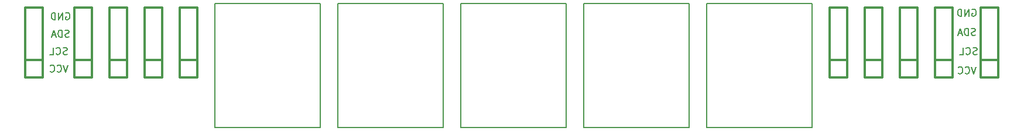
<source format=gbr>
G04 #@! TF.FileFunction,Legend,Bot*
%FSLAX46Y46*%
G04 Gerber Fmt 4.6, Leading zero omitted, Abs format (unit mm)*
G04 Created by KiCad (PCBNEW 0.201601131446+6458~42~ubuntu14.04.1-product) date Mon 18 Jan 2016 18:54:52 CET*
%MOMM*%
G01*
G04 APERTURE LIST*
%ADD10C,0.100000*%
%ADD11C,0.160000*%
%ADD12C,0.200000*%
%ADD13C,0.150000*%
%ADD14C,0.304800*%
G04 APERTURE END LIST*
D10*
D11*
X171005333Y-103846381D02*
X170672000Y-104846381D01*
X170338666Y-103846381D01*
X169433904Y-104751143D02*
X169481523Y-104798762D01*
X169624380Y-104846381D01*
X169719618Y-104846381D01*
X169862476Y-104798762D01*
X169957714Y-104703524D01*
X170005333Y-104608286D01*
X170052952Y-104417810D01*
X170052952Y-104274952D01*
X170005333Y-104084476D01*
X169957714Y-103989238D01*
X169862476Y-103894000D01*
X169719618Y-103846381D01*
X169624380Y-103846381D01*
X169481523Y-103894000D01*
X169433904Y-103941619D01*
X168433904Y-104751143D02*
X168481523Y-104798762D01*
X168624380Y-104846381D01*
X168719618Y-104846381D01*
X168862476Y-104798762D01*
X168957714Y-104703524D01*
X169005333Y-104608286D01*
X169052952Y-104417810D01*
X169052952Y-104274952D01*
X169005333Y-104084476D01*
X168957714Y-103989238D01*
X168862476Y-103894000D01*
X168719618Y-103846381D01*
X168624380Y-103846381D01*
X168481523Y-103894000D01*
X168433904Y-103941619D01*
D12*
X39687333Y-103592381D02*
X39354000Y-104592381D01*
X39020666Y-103592381D01*
X38115904Y-104497143D02*
X38163523Y-104544762D01*
X38306380Y-104592381D01*
X38401618Y-104592381D01*
X38544476Y-104544762D01*
X38639714Y-104449524D01*
X38687333Y-104354286D01*
X38734952Y-104163810D01*
X38734952Y-104020952D01*
X38687333Y-103830476D01*
X38639714Y-103735238D01*
X38544476Y-103640000D01*
X38401618Y-103592381D01*
X38306380Y-103592381D01*
X38163523Y-103640000D01*
X38115904Y-103687619D01*
X37115904Y-104497143D02*
X37163523Y-104544762D01*
X37306380Y-104592381D01*
X37401618Y-104592381D01*
X37544476Y-104544762D01*
X37639714Y-104449524D01*
X37687333Y-104354286D01*
X37734952Y-104163810D01*
X37734952Y-104020952D01*
X37687333Y-103830476D01*
X37639714Y-103735238D01*
X37544476Y-103640000D01*
X37401618Y-103592381D01*
X37306380Y-103592381D01*
X37163523Y-103640000D01*
X37115904Y-103687619D01*
X39544476Y-102004762D02*
X39401619Y-102052381D01*
X39163523Y-102052381D01*
X39068285Y-102004762D01*
X39020666Y-101957143D01*
X38973047Y-101861905D01*
X38973047Y-101766667D01*
X39020666Y-101671429D01*
X39068285Y-101623810D01*
X39163523Y-101576190D01*
X39354000Y-101528571D01*
X39449238Y-101480952D01*
X39496857Y-101433333D01*
X39544476Y-101338095D01*
X39544476Y-101242857D01*
X39496857Y-101147619D01*
X39449238Y-101100000D01*
X39354000Y-101052381D01*
X39115904Y-101052381D01*
X38973047Y-101100000D01*
X37973047Y-101957143D02*
X38020666Y-102004762D01*
X38163523Y-102052381D01*
X38258761Y-102052381D01*
X38401619Y-102004762D01*
X38496857Y-101909524D01*
X38544476Y-101814286D01*
X38592095Y-101623810D01*
X38592095Y-101480952D01*
X38544476Y-101290476D01*
X38496857Y-101195238D01*
X38401619Y-101100000D01*
X38258761Y-101052381D01*
X38163523Y-101052381D01*
X38020666Y-101100000D01*
X37973047Y-101147619D01*
X37068285Y-102052381D02*
X37544476Y-102052381D01*
X37544476Y-101052381D01*
X171116476Y-102004762D02*
X170973619Y-102052381D01*
X170735523Y-102052381D01*
X170640285Y-102004762D01*
X170592666Y-101957143D01*
X170545047Y-101861905D01*
X170545047Y-101766667D01*
X170592666Y-101671429D01*
X170640285Y-101623810D01*
X170735523Y-101576190D01*
X170926000Y-101528571D01*
X171021238Y-101480952D01*
X171068857Y-101433333D01*
X171116476Y-101338095D01*
X171116476Y-101242857D01*
X171068857Y-101147619D01*
X171021238Y-101100000D01*
X170926000Y-101052381D01*
X170687904Y-101052381D01*
X170545047Y-101100000D01*
X169545047Y-101957143D02*
X169592666Y-102004762D01*
X169735523Y-102052381D01*
X169830761Y-102052381D01*
X169973619Y-102004762D01*
X170068857Y-101909524D01*
X170116476Y-101814286D01*
X170164095Y-101623810D01*
X170164095Y-101480952D01*
X170116476Y-101290476D01*
X170068857Y-101195238D01*
X169973619Y-101100000D01*
X169830761Y-101052381D01*
X169735523Y-101052381D01*
X169592666Y-101100000D01*
X169545047Y-101147619D01*
X168640285Y-102052381D02*
X169116476Y-102052381D01*
X169116476Y-101052381D01*
X170886286Y-99210762D02*
X170743429Y-99258381D01*
X170505333Y-99258381D01*
X170410095Y-99210762D01*
X170362476Y-99163143D01*
X170314857Y-99067905D01*
X170314857Y-98972667D01*
X170362476Y-98877429D01*
X170410095Y-98829810D01*
X170505333Y-98782190D01*
X170695810Y-98734571D01*
X170791048Y-98686952D01*
X170838667Y-98639333D01*
X170886286Y-98544095D01*
X170886286Y-98448857D01*
X170838667Y-98353619D01*
X170791048Y-98306000D01*
X170695810Y-98258381D01*
X170457714Y-98258381D01*
X170314857Y-98306000D01*
X169886286Y-99258381D02*
X169886286Y-98258381D01*
X169648191Y-98258381D01*
X169505333Y-98306000D01*
X169410095Y-98401238D01*
X169362476Y-98496476D01*
X169314857Y-98686952D01*
X169314857Y-98829810D01*
X169362476Y-99020286D01*
X169410095Y-99115524D01*
X169505333Y-99210762D01*
X169648191Y-99258381D01*
X169886286Y-99258381D01*
X168933905Y-98972667D02*
X168457714Y-98972667D01*
X169029143Y-99258381D02*
X168695810Y-98258381D01*
X168362476Y-99258381D01*
X39822286Y-99464762D02*
X39679429Y-99512381D01*
X39441333Y-99512381D01*
X39346095Y-99464762D01*
X39298476Y-99417143D01*
X39250857Y-99321905D01*
X39250857Y-99226667D01*
X39298476Y-99131429D01*
X39346095Y-99083810D01*
X39441333Y-99036190D01*
X39631810Y-98988571D01*
X39727048Y-98940952D01*
X39774667Y-98893333D01*
X39822286Y-98798095D01*
X39822286Y-98702857D01*
X39774667Y-98607619D01*
X39727048Y-98560000D01*
X39631810Y-98512381D01*
X39393714Y-98512381D01*
X39250857Y-98560000D01*
X38822286Y-99512381D02*
X38822286Y-98512381D01*
X38584191Y-98512381D01*
X38441333Y-98560000D01*
X38346095Y-98655238D01*
X38298476Y-98750476D01*
X38250857Y-98940952D01*
X38250857Y-99083810D01*
X38298476Y-99274286D01*
X38346095Y-99369524D01*
X38441333Y-99464762D01*
X38584191Y-99512381D01*
X38822286Y-99512381D01*
X37869905Y-99226667D02*
X37393714Y-99226667D01*
X37965143Y-99512381D02*
X37631810Y-98512381D01*
X37298476Y-99512381D01*
X170433904Y-95512000D02*
X170529142Y-95464381D01*
X170671999Y-95464381D01*
X170814857Y-95512000D01*
X170910095Y-95607238D01*
X170957714Y-95702476D01*
X171005333Y-95892952D01*
X171005333Y-96035810D01*
X170957714Y-96226286D01*
X170910095Y-96321524D01*
X170814857Y-96416762D01*
X170671999Y-96464381D01*
X170576761Y-96464381D01*
X170433904Y-96416762D01*
X170386285Y-96369143D01*
X170386285Y-96035810D01*
X170576761Y-96035810D01*
X169957714Y-96464381D02*
X169957714Y-95464381D01*
X169386285Y-96464381D01*
X169386285Y-95464381D01*
X168910095Y-96464381D02*
X168910095Y-95464381D01*
X168672000Y-95464381D01*
X168529142Y-95512000D01*
X168433904Y-95607238D01*
X168386285Y-95702476D01*
X168338666Y-95892952D01*
X168338666Y-96035810D01*
X168386285Y-96226286D01*
X168433904Y-96321524D01*
X168529142Y-96416762D01*
X168672000Y-96464381D01*
X168910095Y-96464381D01*
X39369904Y-96020000D02*
X39465142Y-95972381D01*
X39607999Y-95972381D01*
X39750857Y-96020000D01*
X39846095Y-96115238D01*
X39893714Y-96210476D01*
X39941333Y-96400952D01*
X39941333Y-96543810D01*
X39893714Y-96734286D01*
X39846095Y-96829524D01*
X39750857Y-96924762D01*
X39607999Y-96972381D01*
X39512761Y-96972381D01*
X39369904Y-96924762D01*
X39322285Y-96877143D01*
X39322285Y-96543810D01*
X39512761Y-96543810D01*
X38893714Y-96972381D02*
X38893714Y-95972381D01*
X38322285Y-96972381D01*
X38322285Y-95972381D01*
X37846095Y-96972381D02*
X37846095Y-95972381D01*
X37608000Y-95972381D01*
X37465142Y-96020000D01*
X37369904Y-96115238D01*
X37322285Y-96210476D01*
X37274666Y-96400952D01*
X37274666Y-96543810D01*
X37322285Y-96734286D01*
X37369904Y-96829524D01*
X37465142Y-96924762D01*
X37608000Y-96972381D01*
X37846095Y-96972381D01*
D13*
X93980000Y-112649000D02*
X78740000Y-112649000D01*
X78740000Y-112649000D02*
X78740000Y-94615000D01*
X78740000Y-94615000D02*
X93980000Y-94615000D01*
X93980000Y-94615000D02*
X93980000Y-112649000D01*
D14*
X152400000Y-102870000D02*
X149860000Y-102870000D01*
X149860000Y-95250000D02*
X149860000Y-105410000D01*
X152400000Y-105410000D02*
X152400000Y-95250000D01*
X149860000Y-105410000D02*
X152400000Y-105410000D01*
X152400000Y-95250000D02*
X149860000Y-95250000D01*
X157480000Y-102870000D02*
X154940000Y-102870000D01*
X154940000Y-95250000D02*
X154940000Y-105410000D01*
X157480000Y-105410000D02*
X157480000Y-95250000D01*
X154940000Y-105410000D02*
X157480000Y-105410000D01*
X157480000Y-95250000D02*
X154940000Y-95250000D01*
X162560000Y-102870000D02*
X160020000Y-102870000D01*
X160020000Y-95250000D02*
X160020000Y-105410000D01*
X162560000Y-105410000D02*
X162560000Y-95250000D01*
X160020000Y-105410000D02*
X162560000Y-105410000D01*
X162560000Y-95250000D02*
X160020000Y-95250000D01*
X167640000Y-102870000D02*
X165100000Y-102870000D01*
X165100000Y-95250000D02*
X165100000Y-105410000D01*
X167640000Y-105410000D02*
X167640000Y-95250000D01*
X165100000Y-105410000D02*
X167640000Y-105410000D01*
X167640000Y-95250000D02*
X165100000Y-95250000D01*
X174244000Y-102870000D02*
X171704000Y-102870000D01*
X171704000Y-95250000D02*
X171704000Y-105410000D01*
X174244000Y-105410000D02*
X174244000Y-95250000D01*
X171704000Y-105410000D02*
X174244000Y-105410000D01*
X174244000Y-95250000D02*
X171704000Y-95250000D01*
X58420000Y-102870000D02*
X55880000Y-102870000D01*
X55880000Y-95250000D02*
X55880000Y-105410000D01*
X58420000Y-105410000D02*
X58420000Y-95250000D01*
X55880000Y-105410000D02*
X58420000Y-105410000D01*
X58420000Y-95250000D02*
X55880000Y-95250000D01*
X53340000Y-102870000D02*
X50800000Y-102870000D01*
X50800000Y-95250000D02*
X50800000Y-105410000D01*
X53340000Y-105410000D02*
X53340000Y-95250000D01*
X50800000Y-105410000D02*
X53340000Y-105410000D01*
X53340000Y-95250000D02*
X50800000Y-95250000D01*
X48260000Y-102870000D02*
X45720000Y-102870000D01*
X45720000Y-95250000D02*
X45720000Y-105410000D01*
X48260000Y-105410000D02*
X48260000Y-95250000D01*
X45720000Y-105410000D02*
X48260000Y-105410000D01*
X48260000Y-95250000D02*
X45720000Y-95250000D01*
X43180000Y-102870000D02*
X40640000Y-102870000D01*
X40640000Y-95250000D02*
X40640000Y-105410000D01*
X43180000Y-105410000D02*
X43180000Y-95250000D01*
X40640000Y-105410000D02*
X43180000Y-105410000D01*
X43180000Y-95250000D02*
X40640000Y-95250000D01*
X36068000Y-102870000D02*
X33528000Y-102870000D01*
X33528000Y-95250000D02*
X33528000Y-105410000D01*
X36068000Y-105410000D02*
X36068000Y-95250000D01*
X33528000Y-105410000D02*
X36068000Y-105410000D01*
X36068000Y-95250000D02*
X33528000Y-95250000D01*
D13*
X76200000Y-112649000D02*
X60960000Y-112649000D01*
X60960000Y-112649000D02*
X60960000Y-94615000D01*
X60960000Y-94615000D02*
X76200000Y-94615000D01*
X76200000Y-94615000D02*
X76200000Y-112649000D01*
X111760000Y-112649000D02*
X96520000Y-112649000D01*
X96520000Y-112649000D02*
X96520000Y-94615000D01*
X96520000Y-94615000D02*
X111760000Y-94615000D01*
X111760000Y-94615000D02*
X111760000Y-112649000D01*
X129540000Y-112649000D02*
X114300000Y-112649000D01*
X114300000Y-112649000D02*
X114300000Y-94615000D01*
X114300000Y-94615000D02*
X129540000Y-94615000D01*
X129540000Y-94615000D02*
X129540000Y-112649000D01*
X147320000Y-112649000D02*
X132080000Y-112649000D01*
X132080000Y-112649000D02*
X132080000Y-94615000D01*
X132080000Y-94615000D02*
X147320000Y-94615000D01*
X147320000Y-94615000D02*
X147320000Y-112649000D01*
M02*

</source>
